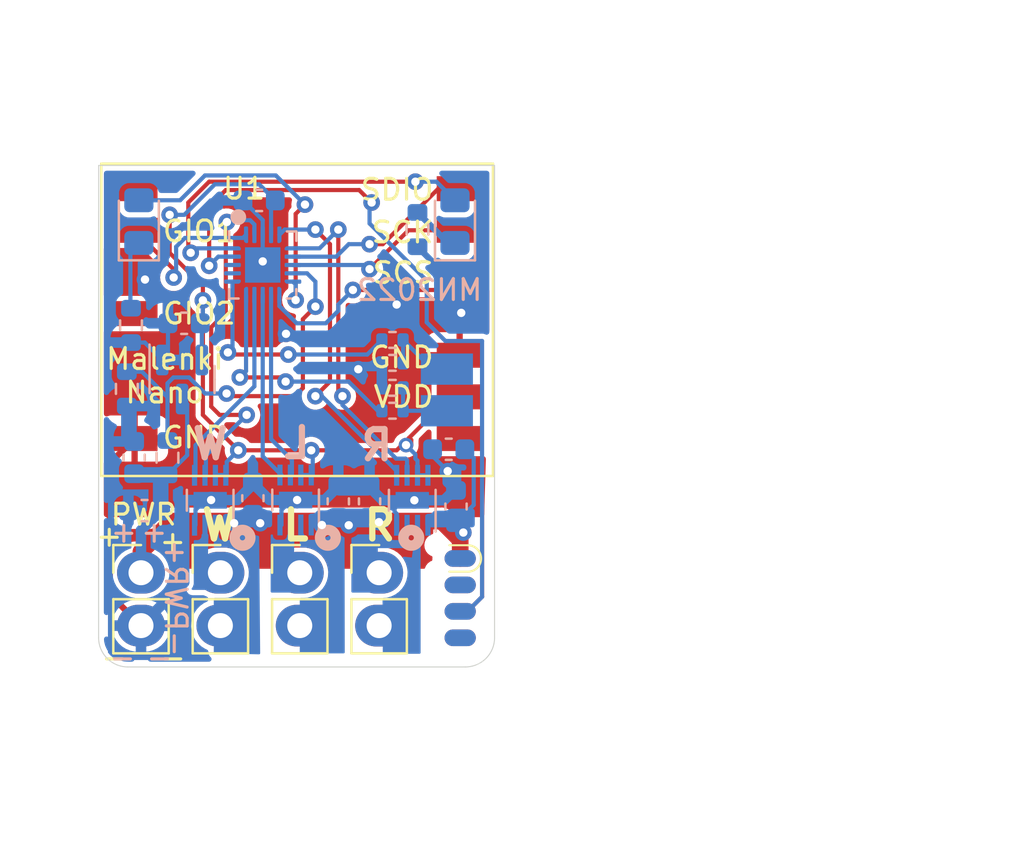
<source format=kicad_pcb>
(kicad_pcb (version 20211014) (generator pcbnew)
  (title_block (title "Malenki-nano2") (date "2019-11-07"))
  (layers (0 "F.Cu" signal) (31 "B.Cu" signal) (34 "B.Paste" user) (35 "F.Paste" user) (36 "B.SilkS" user "B.Silkscreen") (37 "F.SilkS" user "F.Silkscreen") (38 "B.Mask" user) (39 "F.Mask" user) (44 "Edge.Cuts" user))
  (net 0 "")
  (net 1 "GND")
  (net 2 "VBAT")
  (net 3 "BLINKY")
  (net 4 "Net-(D1-Pad1)")
  (net 5 "TXDEBUG")
  (net 6 "Net-(D2-Pad1)")
  (net 7 "UPDI")
  (net 8 "Net-(J5-Pad2)")
  (net 9 "Net-(J5-Pad1)")
  (net 10 "Net-(J6-Pad2)")
  (net 11 "Net-(J6-Pad1)")
  (net 12 "Net-(J7-Pad2)")
  (net 13 "Net-(J7-Pad1)")
  (net 16 "SPI_SCS")
  (net 17 "GIO1")
  (net 18 "SPI_SCK")
  (net 19 "SPI_SDIO")
  (net 20 "MOTOR1R")
  (net 21 "MOTOR2R")
  (net 22 "MOTOR2F")
  (net 25 "MOTOR3F")
  (net 26 "MOTOR3R")
  (net 27 "MOTOR1F")
  (net 28 "WEAPON2")
  (net 30 "VSENSE")
  (net 31 "VLOGIC")
  (net 32 "WEAPON3")
  (net 35 "/W2")
  (net 36 "/W3")
  (footprint "malenki-nano:PinHeader_1x02_P2.54mm_BIG1" (layer "F.Cu") (at 138.43 81.28)
    (fp_text reference "J1" hide)
    (fp_text value "Conn_01x02_Male")
  )
  (footprint "malenki-nano:PinHeader_1x02_P2.54mm_BIG1" (layer "F.Cu") (at 142.24 81.28)
    (fp_text reference "J5" hide)
    (fp_text value "Conn_01x02_Male")
  )
  (footprint "malenki-nano:PinHeader_1x02_P2.54mm_BIG1" (layer "F.Cu") (at 146.05 81.28)
    (fp_text reference "J6" hide)
    (fp_text value "Conn_01x02_Male")
  )
  (footprint "malenki-nano:PinHeader_1x02_P2.54mm_BIG1" (layer "F.Cu") (at 149.86 81.28)
    (fp_text reference "J7" hide)
    (fp_text value "Conn_01x02_Male")
  )
  (footprint "malenki-nano:A7105-module" (layer "F.Cu") (at 145.923 68.834 -90)
    (fp_text reference "U1")
    (fp_text value "A7105-MODULE")
  )
  (footprint "malenki-nano:SOIC_clipProgSmall" (layer "F.Cu") (at 154.5 82.5 90)
    (fp_text reference "J2" hide)
    (fp_text value "Conn_01x08_Male" hide)
  )
  (footprint "Capacitor_SMD:C_0603_1608Metric" (layer "B.Cu") (at 138.6 78.2955 180)
    (fp_text reference "C2" hide)
    (fp_text value "10uF 25V")
  )
  (footprint "Capacitor_SMD:C_0603_1608Metric" (layer "B.Cu") (at 144.1 63.4 180)
    (fp_text reference "C4" hide)
    (fp_text value "0.1uF")
  )
  (footprint "Capacitor_SMD:C_0603_1608Metric" (layer "B.Cu") (at 143.8 77.7 90)
    (fp_text reference "C5" hide)
    (fp_text value "10uF 25V")
  )
  (footprint "LED_SMD:LED_0805_2012Metric_Pad1.15x1.40mm_HandSolder" (layer "B.Cu") (at 138.327 64.417 90)
    (fp_text reference "D1" hide)
    (fp_text value "LED Blue")
  )
  (footprint "LED_SMD:LED_0805_2012Metric_Pad1.15x1.40mm_HandSolder" (layer "B.Cu") (at 153.5 64.417 90)
    (fp_text reference "D2" hide)
    (fp_text value "LED Red")
  )
  (footprint "Resistor_SMD:R_0603_1608Metric" (layer "B.Cu") (at 137.95 69.4 -90)
    (fp_text reference "R1" hide)
    (fp_text value "220R")
  )
  (footprint "Resistor_SMD:R_0603_1608Metric" (layer "B.Cu") (at 151.7 64.8 -90)
    (fp_text reference "R2" hide)
    (fp_text value "220R")
  )
  (footprint "Package_TO_SOT_SMD:SOT-23" (layer "B.Cu") (at 140.4 72 -90)
    (fp_text reference "U2" hide)
    (fp_text value "AIC1734-33GUTR")
  )
  (footprint "Capacitor_SMD:C_0603_1608Metric" (layer "B.Cu") (at 140.5 69.3 180)
    (fp_text reference "C3" hide)
    (fp_text value "10uF 25V")
  )
  (footprint "Package_DFN_QFN:VQFN-20-1EP_3x3mm_P0.4mm_EP1.7x1.7mm" (layer "B.Cu") (at 144.272 66.5 -90)
    (fp_text reference "U3" hide)
    (fp_text value "ATtiny1616-M")
  )
  (footprint "malenki-nano:wirepad_2" (layer "B.Cu") (at 153.111323 72.501 -90)
    (fp_text reference "J3" hide)
    (fp_text value "Conn_01x02")
  )
  (footprint "Resistor_SMD:R_0603_1608Metric" (layer "B.Cu") (at 137.75 72.45 -90)
    (fp_text reference "R4" hide)
    (fp_text value "10k")
  )
  (footprint "Resistor_SMD:R_0603_1608Metric" (layer "B.Cu") (at 139.7 75.7555 90)
    (fp_text reference "R3" hide)
    (fp_text value "33k")
  )
  (footprint "Capacitor_SMD:C_0603_1608Metric" (layer "B.Cu") (at 147.9 77.851 90)
    (fp_text reference "C6" hide)
    (fp_text value "10uF 25V")
  )
  (footprint "Capacitor_SMD:C_0603_1608Metric" (layer "B.Cu") (at 153.2 75.35 180)
    (fp_text reference "C7" hide)
    (fp_text value "10uF 25V")
  )
  (footprint "malenki-nano:WSON-8-1EP_2x2mm_P0.5mm_HAND1" (layer "B.Cu") (at 141.75 77.8 90)
    (fp_text reference "U5" hide)
    (fp_text value "DRV8212PDSGR")
  )
  (footprint "malenki-nano:WSON-8-1EP_2x2mm_P0.5mm_HAND1" (layer "B.Cu") (at 145.85 77.7875 90)
    (fp_text reference "U6" hide)
    (fp_text value "DRV8212PDSGR")
  )
  (footprint "malenki-nano:WSON-8-1EP_2x2mm_P0.5mm_HAND1" (layer "B.Cu") (at 151.45 77.8 90)
    (fp_text reference "U7" hide)
    (fp_text value "DRV8212PDSGR")
  )
  (footprint "Resistor_SMD:R_0402_1005Metric" (layer "B.Cu") (at 150.5 70.1 180)
    (fp_text reference "R6" hide)
    (fp_text value "470R")
  )
  (footprint "Capacitor_SMD:C_0603_1608Metric" (layer "B.Cu") (at 149.4 77.85 90)
    (fp_text reference "C9" hide)
    (fp_text value "0.1uF 25V X7R")
  )
  (footprint "Resistor_SMD:R_0402_1005Metric" (layer "B.Cu") (at 150.5 72.4)
    (fp_text reference "R7" hide)
    (fp_text value "10k")
  )
  (footprint "Capacitor_SMD:C_0603_1608Metric" (layer "B.Cu") (at 153.55 78.1 90)
    (fp_text reference "C10" hide)
    (fp_text value "0.1uF 25V X7R")
  )
  (footprint "Capacitor_SMD:C_0603_1608Metric" (layer "B.Cu") (at 138.1 75.75 90)
    (fp_text reference "C8" hide)
    (fp_text value "0.1uF 25V X7R")
  )
  (footprint "Resistor_SMD:R_0402_1005Metric" (layer "B.Cu") (at 150.5 73.5 180)
    (fp_text reference "R5" hide)
    (fp_text value "470R")
  )
  (footprint "Resistor_SMD:R_0402_1005Metric" (layer "B.Cu") (at 150.5 71.2)
    (fp_text reference "R8" hide)
    (fp_text value "10k")
  )
  (gr_circle (center 143.1 64.2) (end 143.227 64.2) (layer "B.SilkS") (width 0.5) (fill solid))
  (gr_circle (center 147.4 79.6) (end 147.527 79.6) (layer "B.SilkS") (width 0.5) (fill none))
  (gr_circle (center 151.4 79.6) (end 151.527 79.6) (layer "B.SilkS") (width 0.5) (fill none))
  (gr_circle (center 143.3 79.6) (end 143.427 79.6) (layer "B.SilkS") (width 0.5) (fill none))
  (gr_line (start 155.4 61.722) (end 136.398 61.722) (layer "Edge.Cuts") (width 0.05))
  (gr_line (start 155.4 84.4) (end 155.4 61.722) (layer "Edge.Cuts") (width 0.05))
  (gr_arc (start 137.8 85.804835) (mid 136.804162 85.390893) (end 136.395182 84.393006) (layer "Edge.Cuts") (width 0.05))
  (gr_line (start 137.8 85.804835) (end 153.988171 85.804818) (layer "Edge.Cuts") (width 0.05))
  (gr_arc (start 155.4 84.4) (mid 154.986058 85.395838) (end 153.988171 85.804818) (layer "Edge.Cuts") (width 0.05))
  (gr_line (start 136.398 61.722) (end 136.395182 84.393006) (layer "Edge.Cuts") (width 0.05))
  (gr_text "MN2022" (at 154.9 67.7) (layer "B.SilkS") (effects (font (size 1 1)) (justify left mirror)))
  (gr_text "+" (at 137.6045 79.3115) (layer "B.SilkS") (effects (font (size 1 1)) (justify mirror)))
  (gr_text "-" (at 137.541 85.344) (layer "B.SilkS") (effects (font (size 1 1)) (justify mirror)))
  (gr_text "-" (at 139.319 85.344) (layer "B.SilkS") (effects (font (size 1 1)) (justify mirror)))
  (gr_text "+" (at 139.065 79.3115) (layer "B.SilkS") (effects (font (size 1 1)) (justify mirror)))
  (gr_text "-PWR+" (at 140.1 82.5 270) (layer "B.SilkS") (effects (font (size 1 1)) (justify mirror)))
  (gr_text "L" (at 146.683333 75.05) (layer "B.SilkS") (effects (font (size 1.4 1.4) (thickness 0.3)) (justify left mirror)))
  (gr_text "R" (at 150.65 75.15) (layer "B.SilkS") (effects (font (size 1.4 1.4) (thickness 0.3)) (justify left mirror)))
  (gr_text "W" (at 142.75 75.1) (layer "B.SilkS") (effects (font (size 1.4 1.4) (thickness 0.3)) (justify left mirror)))
  (gr_text "+" (at 139.954 79.756) (layer "F.SilkS") (effects (font (size 1 1))))
  (gr_text "-" (at 139.954 85.344) (layer "F.SilkS") (effects (font (size 1 1))))
  (gr_text "L" (at 145.1 79) (layer "F.SilkS") (effects (font (size 1.4 1.4) (thickness 0.3)) (justify left)))
  (gr_text "PWR" (at 138.557 78.486) (layer "F.SilkS") (effects (font (size 1 1))))
  (gr_text "-" (at 137.16 85.344) (layer "F.SilkS") (effects (font (size 1 1))))
  (gr_text "+" (at 136.906 79.502) (layer "F.SilkS") (effects (font (size 1 1))))
  (gr_text "R" (at 149 79) (layer "F.SilkS") (effects (font (size 1.4 1.4) (thickness 0.3)) (justify left)))
  (gr_text "Malenki\nNano" (at 139.573 71.8185) (layer "F.SilkS") (effects (font (size 1 1))))
  (gr_text "W" (at 141.2 79) (layer "F.SilkS") (effects (font (size 1.4 1.4) (thickness 0.3)) (justify left)))
  (segment (start 153.75 83.135) (end 154.1 83.135) (width 0.2) (layer "F.Cu") (net 1))
  (segment (start 138.43 83.82) (end 136.93048 82.32048) (width 0.3) (layer "F.Cu") (net 1))
  (segment (start 154.1 83.135) (end 154.8 82.435) (width 0.2) (layer "F.Cu") (net 1))
  (segment (start 136.93048 82.32048) (end 136.93048 76.02652) (width 0.3) (layer "F.Cu") (net 1))
  (segment (start 154.8 82.435) (end 154.8 78.05) (width 0.2) (layer "F.Cu") (net 1))
  (segment (start 154.8 78.05) (end 153.15 76.4) (width 0.2) (layer "F.Cu") (net 1))
  (segment (start 136.93048 76.02652) (end 138.123 74.834) (width 0.3) (layer "F.Cu") (net 1))
  (via (at 144.272 66.328) (size 0.8) (drill 0.4) (layers "F.Cu" "B.Cu") (net 1))
  (via (at 145.389623 69.806611) (size 0.8) (drill 0.4) (layers "F.Cu" "B.Cu") (net 1))
  (via (at 153.15 76.4) (size 0.8) (drill 0.4) (layers "F.Cu" "B.Cu") (net 1))
  (via (at 138.6215 67.2) (size 0.8) (drill 0.4) (layers "F.Cu" "B.Cu") (net 1))
  (via (at 150.7 68.4) (size 0.8) (drill 0.4) (layers "F.Cu" "B.Cu") (net 1))
  (via (at 141.7955 77.7875) (size 0.8) (drill 0.4) (layers "F.Cu" "B.Cu") (net 1))
  (via (at 151.55 77.8) (size 0.8) (drill 0.4) (layers "F.Cu" "B.Cu") (net 1))
  (via (at 153.8 68.8) (size 0.8) (drill 0.4) (layers "F.Cu" "B.Cu") (net 1))
  (via (at 145.923 77.7875) (size 0.8) (drill 0.4) (layers "F.Cu" "B.Cu") (net 1))
  (via (at 148.858595 71.505493) (size 0.8) (drill 0.4) (layers "F.Cu" "B.Cu") (net 1))
  (segment (start 150.6 78.35) (end 150.7 78.45) (width 0.2) (layer "B.Cu") (net 1))
  (segment (start 153.05 77.725) (end 152.975 77.725) (width 0.2) (layer "B.Cu") (net 1))
  (segment (start 145.173 78.9875) (end 145.173 78.263478) (width 0.2) (layer "B.Cu") (net 1))
  (segment (start 139.725 69.3) (end 139.725 68.3035) (width 0.2) (layer "B.Cu") (net 1))
  (segment (start 152.425 75.35) (end 152.425 75.675) (width 0.2) (layer "B.Cu") (net 1))
  (segment (start 149.99 72.4) (end 149.99 71.2) (width 0.2) (layer "B.Cu") (net 1))
  (segment (start 144.272 64.347) (end 143.325 63.4) (width 0.2) (layer "B.Cu") (net 1))
  (segment (start 152.425 75.675) (end 153.15 76.4) (width 0.2) (layer "B.Cu") (net 1))
  (segment (start 143.8275 77.0125) (end 144.6025 77.7875) (width 0.5) (layer "B.Cu") (net 1))
  (segment (start 150.025 77.8) (end 149.3 77.075) (width 0.5) (layer "B.Cu") (net 1))
  (segment (start 140.5875 77.7875) (end 141.7955 77.7875) (width 0.5) (layer "B.Cu") (net 1))
  (segment (start 153.4 77.375) (end 153.05 77.725) (width 0.5) (layer "B.Cu") (net 1))
  (segment (start 137.95 70.225) (end 138.6125 70.225) (width 0.2) (layer "B.Cu") (net 1))
  (segment (start 138.6125 70.225) (end 139.45 71.0625) (width 0.2) (layer "B.Cu") (net 1))
  (segment (start 151.2 77.8) (end 151.1875 77.7875) (width 0.5) (layer "B.Cu") (net 1))
  (segment (start 145.648978 77.7875) (end 145.923 77.7875) (width 0.2) (layer "B.Cu") (net 1))
  (segment (start 138.6215 67.2) (end 139.715827 66.105673) (width 0.2) (layer "B.Cu") (net 1))
  (segment (start 137.85 74.925) (end 137.85 73.375) (width 0.75) (layer "B.Cu") (net 1))
  (segment (start 149.684507 71.505493) (end 149.99 71.2) (width 0.2) (layer "B.Cu") (net 1))
  (segment (start 137.85 73.375) (end 137.75 73.275) (width 0.75) (layer "B.Cu") (net 1))
  (segment (start 147.8 69.9) (end 145.483012 69.9) (width 0.2) (layer "B.Cu") (net 1))
  (segment (start 141.0455 78.9875) (end 141.0455 78.263478) (width 0.2) (layer "B.Cu") (net 1))
  (segment (start 141.7955 77.7875) (end 143.0525 77.7875) (width 0.5) (layer "B.Cu") (net 1))
  (segment (start 151.55 77.8) (end 152.975 77.8) (width 0.5) (layer "B.Cu") (net 1))
  (segment (start 149.3 68.4) (end 147.8 69.9) (width 0.2) (layer "B.Cu") (net 1))
  (segment (start 145.483012 69.9) (end 145.389623 69.806611) (width 0.2) (layer "B.Cu") (net 1))
  (segment (start 141.774951 63.4) (end 143.325 63.4) (width 0.2) (layer "B.Cu") (net 1))
  (segment (start 150.6 78.125) (end 150.525 78.05) (width 0.2) (layer "B.Cu") (net 1))
  (segment (start 145.923 77.7875) (end 147.2435 77.7875) (width 0.5) (layer "B.Cu") (net 1))
  (segment (start 151.35 77.8) (end 150.775 77.8) (width 0.5) (layer "B.Cu") (net 1))
  (segment (start 150.7 78.45) (end 150.7 79) (width 0.2) (layer "B.Cu") (net 1))
  (segment (start 150.6 78.35) (end 150.6 78.125) (width 0.2) (layer "B.Cu") (net 1))
  (segment (start 151.7 65.625) (end 153.8 67.725) (width 0.3) (layer "B.Cu") (net 1))
  (segment (start 141.0455 78.263478) (end 141.521478 77.7875) (width 0.2) (layer "B.Cu") (net 1))
  (segment (start 147.956 77.075) (end 147.955 77.076) (width 0.5) (layer "B.Cu") (net 1))
  (segment (start 144.272 65.05) (end 144.272 66.328) (width 0.2) (layer "B.Cu") (net 1))
  (segment (start 153.15 76.925) (end 153.55 77.325) (width 0.5) (layer "B.Cu") (net 1))
  (segment (start 149.3 77.075) (end 147.956 77.075) (width 1) (layer "B.Cu") (net 1))
  (segment (start 139.715827 65.459124) (end 141.774951 63.4) (width 0.2) (layer "B.Cu") (net 1))
  (segment (start 144.272 66.328) (end 144.272 66.5) (width 0.2) (layer "B.Cu") (net 1))
  (segment (start 144.6025 77.7875) (end 145.923 77.7875) (width 0.5) (layer "B.Cu") (net 1))
  (segment (start 147.2435 77.7875) (end 147.955 77.076) (width 0.5) (layer "B.Cu") (net 1))
  (segment (start 150.775 77.8) (end 150.525 78.05) (width 0.5) (layer "B.Cu") (net 1))
  (segment (start 145.173 78.263478) (end 145.648978 77.7875) (width 0.2) (layer "B.Cu") (net 1))
  (segment (start 153.15 76.4) (end 153.15 76.925) (width 0.5) (layer "B.Cu") (net 1))
  (segment (start 139.715827 66.105673) (end 139.715827 65.459124) (width 0.2) (layer "B.Cu") (net 1))
  (segment (start 143.0525 77.7875) (end 143.8275 77.0125) (width 0.5) (layer "B.Cu") (net 1))
  (segment (start 153.8 67.725) (end 153.8 68.8) (width 0.3) (layer "B.Cu") (net 1))
  (segment (start 140.5 81.75) (end 140.5 77.875) (width 0.5) (layer "B.Cu") (net 1))
  (segment (start 139.725 68.3035) (end 138.6215 67.2) (width 0.2) (layer "B.Cu") (net 1))
  (segment (start 144.272 65.05) (end 144.272 64.347) (width 0.2) (layer "B.Cu") (net 1))
  (segment (start 148.858595 71.505493) (end 149.684507 71.505493) (width 0.2) (layer "B.Cu") (net 1))
  (segment (start 141.521478 77.7875) (end 141.7955 77.7875) (width 0.2) (layer "B.Cu") (net 1))
  (segment (start 139.45 71.0625) (end 139.725 70.7875) (width 0.2) (layer "B.Cu") (net 1))
  (segment (start 151.35 77.8) (end 150.025 77.8) (width 0.5) (layer "B.Cu") (net 1))
  (segment (start 150.7 68.4) (end 149.3 68.4) (width 0.2) (layer "B.Cu") (net 1))
  (segment (start 140.5 77.875) (end 140.5875 77.7875) (width 0.5) (layer "B.Cu") (net 1))
  (segment (start 139.725 70.7875) (end 139.725 69.3) (width 0.2) (layer "B.Cu") (net 1))
  (segment (start 138.43 83.82) (end 140.5 81.75) (width 0.5) (layer "B.Cu") (net 1))
  (segment (start 151.35 77.8) (end 151.55 77.8) (width 0.5) (layer "B.Cu") (net 1))
  (segment (start 153.15 76.4) (end 153.225 76.4) (width 0.2) (layer "B.Cu") (net 1))
  (segment (start 138.43 80.27) (end 139.9 78.8) (width 0.8) (layer "F.Cu") (net 2))
  (segment (start 138.43 81.28) (end 138.43 80.27) (width 0.8) (layer "F.Cu") (net 2))
  (segment (start 144.4 78.8) (end 152.855 78.8) (width 0.8) (layer "F.Cu") (net 2))
  (segment (start 143.1 78.8) (end 144.4 78.8) (width 0.8) (layer "F.Cu") (net 2))
  (segment (start 139.9 78.8) (end 143.1 78.8) (width 0.8) (layer "F.Cu") (net 2))
  (segment (start 152.855 78.8) (end 153.75 79.695) (width 0.8) (layer "F.Cu") (net 2))
  (segment (start 153.75 79.695) (end 153.75 80.595) (width 0.8) (layer "F.Cu") (net 2))
  (via (at 142.9 78.9) (size 0.8) (drill 0.4) (layers "F.Cu" "B.Cu") (net 2))
  (via (at 144.15 78.9) (size 0.8) (drill 0.4) (layers "F.Cu" "B.Cu") (net 2))
  (via (at 153.9 79.35) (size 0.8) (drill 0.4) (layers "F.Cu" "B.Cu") (net 2))
  (via (at 147.1125 78.9875) (size 0.8) (drill 0.4) (layers "F.Cu" "B.Cu") (net 2))
  (via (at 149.85 78.85) (size 0.8) (drill 0.4) (layers "F.Cu" "B.Cu") (net 2))
  (via (at 148.4 79) (size 0.8) (drill 0.4) (layers "F.Cu" "B.Cu") (net 2))
  (segment (start 153.55 78.875) (end 154.39952 78.02548) (width 0.2) (layer "B.Cu") (net 2))
  (segment (start 139.7 76.5805) (end 138.1555 76.5805) (width 0.75) (layer "B.Cu") (net 2))
  (segment (start 153.95 79.3) (end 153.9 79.35) (width 0.2) (layer "B.Cu") (net 2))
  (segment (start 154.39952 78.02548) (end 154.39952 75.77452) (width 0.2) (layer "B.Cu") (net 2))
  (segment (start 138.43 81.28) (end 138.43 79.2405) (width 0.5) (layer "B.Cu") (net 2))
  (segment (start 138.1555 76.5805) (end 138.1 76.525) (width 0.2) (layer "B.Cu") (net 2))
  (segment (start 140.645981 75.634519) (end 140.645981 73.183481) (width 0.2) (layer "B.Cu") (net 2))
  (segment (start 139.375 76.9055) (end 139.7 76.5805) (width 0.2) (layer "B.Cu") (net 2))
  (segment (start 139.375 78.2955) (end 139.375 76.9055) (width 0.75) (layer "B.Cu") (net 2))
  (segment (start 140.645981 73.183481) (end 140.4 72.9375) (width 0.2) (layer "B.Cu") (net 2))
  (segment (start 138.43 79.2405) (end 139.375 78.2955) (width 0.5) (layer "B.Cu") (net 2))
  (segment (start 154.39952 75.77452) (end 153.975 75.35) (width 0.2) (layer "B.Cu") (net 2))
  (segment (start 139.7 76.5805) (end 140.645981 75.634519) (width 0.2) (layer "B.Cu") (net 2))
  (segment (start 146.3 63.5995) (end 145.852666 64.046834) (width 0.2) (layer "F.Cu") (net 3))
  (segment (start 145.852666 64.046834) (end 145.852666 68.184239) (width 0.2) (layer "F.Cu") (net 3))
  (via (at 146.3 63.5995) (size 0.8) (drill 0.4) (layers "F.Cu" "B.Cu") (net 3))
  (via (at 145.852666 68.184239) (size 0.8) (drill 0.4) (layers "F.Cu" "B.Cu") (net 3))
  (segment (start 138.327 63.392) (end 140.308 63.392) (width 0.2) (layer "B.Cu") (net 3))
  (segment (start 144.9005 62.2) (end 146.3 63.5995) (width 0.2) (layer "B.Cu") (net 3))
  (segment (start 145.852666 67.430666) (end 145.722 67.3) (width 0.2) (layer "B.Cu") (net 3))
  (segment (start 140.308 63.392) (end 141.5 62.2) (width 0.2) (layer "B.Cu") (net 3))
  (segment (start 145.852666 68.184239) (end 145.852666 67.430666) (width 0.2) (layer "B.Cu") (net 3))
  (segment (start 141.5 62.2) (end 144.9005 62.2) (width 0.2) (layer "B.Cu") (net 3))
  (segment (start 138.327 65.442) (end 137.9215 65.8475) (width 0.2) (layer "B.Cu") (net 4))
  (segment (start 137.9215 68.5465) (end 137.95 68.575) (width 0.2) (layer "B.Cu") (net 4))
  (segment (start 137.9215 65.8475) (end 137.9215 68.5465) (width 0.2) (layer "B.Cu") (net 4))
  (segment (start 140.700489 63.499511) (end 141.7 62.5) (width 0.2) (layer "F.Cu") (net 5))
  (segment (start 141.7 62.5) (end 151.6 62.5) (width 0.2) (layer "F.Cu") (net 5))
  (segment (start 140.700489 65.799989) (end 140.700489 63.499511) (width 0.2) (layer "F.Cu") (net 5))
  (segment (start 140.814858 65.914358) (end 140.700489 65.799989) (width 0.2) (layer "F.Cu") (net 5))
  (via (at 140.814858 65.914358) (size 0.8) (drill 0.4) (layers "F.Cu" "B.Cu") (net 5))
  (via (at 151.6 62.5) (size 0.8) (drill 0.4) (layers "F.Cu" "B.Cu") (net 5))
  (segment (start 140.814858 65.914358) (end 141.029216 65.7) (width 0.2) (layer "B.Cu") (net 5))
  (segment (start 141.029216 65.7) (end 142.822 65.7) (width 0.2) (layer "B.Cu") (net 5))
  (segment (start 152.608 62.5) (end 153.5 63.392) (width 0.2) (layer "B.Cu") (net 5))
  (segment (start 151.6 62.5) (end 152.608 62.5) (width 0.2) (layer "B.Cu") (net 5))
  (segment (start 153.5 65.442) (end 153.167 65.442) (width 0.3) (layer "B.Cu") (net 6))
  (segment (start 153.167 65.442) (end 151.7 63.975) (width 0.3) (layer "B.Cu") (net 6))
  (segment (start 149.5 63.5) (end 148.9 62.9) (width 0.2) (layer "F.Cu") (net 7))
  (segment (start 141.701885 63.698115) (end 141.701885 66.536576) (width 0.2) (layer "F.Cu") (net 7))
  (segment (start 142.5 62.9) (end 141.701885 63.698115) (width 0.2) (layer "F.Cu") (net 7))
  (segment (start 148.9 62.9) (end 142.5 62.9) (width 0.2) (layer "F.Cu") (net 7))
  (via (at 149.5 63.5) (size 0.8) (drill 0.4) (layers "F.Cu" "B.Cu") (net 7))
  (via (at 141.701885 66.536576) (size 0.8) (drill 0.4) (layers "F.Cu" "B.Cu") (net 7))
  (segment (start 149.4 63.6) (end 149.5 63.5) (width 0.2) (layer "B.Cu") (net 7))
  (segment (start 152.144622 67.251049) (end 149.4 64.506427) (width 0.2) (layer "B.Cu") (net 7))
  (segment (start 153.038764 70.14952) (end 154.79952 70.14952) (width 0.2) (layer "B.Cu") (net 7))
  (segment (start 152.144622 69.255378) (end 153.038764 70.14952) (width 0.2) (layer "B.Cu") (net 7))
  (segment (start 142.822 66.1) (end 142.138461 66.1) (width 0.2) (layer "B.Cu") (net 7))
  (segment (start 149.4 64.506427) (end 149.4 63.6) (width 0.2) (layer "B.Cu") (net 7))
  (segment (start 154.79952 82.43548) (end 154.1 83.135) (width 0.2) (layer "B.Cu") (net 7))
  (segment (start 152.144622 69.255378) (end 152.144622 67.251049) (width 0.2) (layer "B.Cu") (net 7))
  (segment (start 154.1 83.135) (end 153.75 83.135) (width 0.2) (layer "B.Cu") (net 7))
  (segment (start 154.79952 70.14952) (end 154.79952 82.43548) (width 0.2) (layer "B.Cu") (net 7))
  (segment (start 142.138461 66.1) (end 141.701885 66.536576) (width 0.2) (layer "B.Cu") (net 7))
  (segment (start 151.2 79) (end 151.2 79.55) (width 0.2) (layer "B.Cu") (net 13))
  (segment (start 148.6 67.7) (end 152.857 67.7) (width 0.2) (layer "F.Cu") (net 16))
  (segment (start 152.857 67.7) (end 153.723 66.834) (width 0.2) (layer "F.Cu") (net 16))
  (via (at 148.6 67.7) (size 0.8) (drill 0.4) (layers "F.Cu" "B.Cu") (net 16))
  (segment (start 148.6 67.7) (end 147.9 68.4) (width 0.2) (layer "B.Cu") (net 16))
  (segment (start 145.072 68.472) (end 145.072 67.95) (width 0.2) (layer "B.Cu") (net 16))
  (segment (start 147.9 68.7) (end 147.3 69.3) (width 0.2) (layer "B.Cu") (net 16))
  (segment (start 147.3 69.3) (end 145.9 69.3) (width 0.2) (layer "B.Cu") (net 16))
  (segment (start 147.9 68.4) (end 147.9 68.7) (width 0.2) (layer "B.Cu") (net 16))
  (segment (start 145.9 69.3) (end 145.072 68.472) (width 0.2) (layer "B.Cu") (net 16))
  (segment (start 139.998106 66.709106) (end 138.123 64.834) (width 0.2) (layer "F.Cu") (net 17))
  (segment (start 139.998106 67.101894) (end 139.998106 66.709106) (width 0.2) (layer "F.Cu") (net 17))
  (via (at 139.998106 67.101894) (size 0.8) (drill 0.4) (layers "F.Cu" "B.Cu") (net 17))
  (segment (start 140.539957 65.2) (end 143.322 65.2) (width 0.2) (layer "B.Cu") (net 17))
  (segment (start 143.322 65.2) (end 143.472 65.05) (width 0.2) (layer "B.Cu") (net 17))
  (segment (start 140.115347 66.984653) (end 140.115347 65.62461) (width 0.2) (layer "B.Cu") (net 17))
  (segment (start 140.115347 65.62461) (end 140.539957 65.2) (width 0.2) (layer "B.Cu") (net 17))
  (segment (start 139.998106 67.101894) (end 140.115347 66.984653) (width 0.2) (layer "B.Cu") (net 17))
  (segment (start 151.266 64.834) (end 149.4 66.7) (width 0.2) (layer "F.Cu") (net 18))
  (segment (start 153.723 64.834) (end 151.266 64.834) (width 0.2) (layer "F.Cu") (net 18))
  (via (at 149.4 66.7) (size 0.8) (drill 0.4) (layers "F.Cu" "B.Cu") (net 18))
  (segment (start 149.4 66.7) (end 149.2 66.5) (width 0.2) (layer "B.Cu") (net 18))
  (segment (start 149.2 66.5) (end 145.722 66.5) (width 0.2) (layer "B.Cu") (net 18))
  (segment (start 152.700994 62.834) (end 150.034994 65.5) (width 0.2) (layer "F.Cu") (net 19))
  (segment (start 150.034994 65.5) (end 149.4 65.5) (width 0.2) (layer "F.Cu") (net 19))
  (segment (start 153.723 62.834) (end 152.700994 62.834) (width 0.2) (layer "F.Cu") (net 19))
  (via (at 149.4 65.5) (size 0.8) (drill 0.4) (layers "F.Cu" "B.Cu") (net 19))
  (segment (start 147.8 66.1) (end 145.722 66.1) (width 0.2) (layer "B.Cu") (net 19))
  (segment (start 148.4 65.5) (end 147.8 66.1) (width 0.2) (layer "B.Cu") (net 19))
  (segment (start 149.4 65.5) (end 148.4 65.5) (width 0.2) (layer "B.Cu") (net 19))
  (segment (start 141.0455 75.1545) (end 141.0455 76.5875) (width 0.2) (layer "B.Cu") (net 20))
  (segment (start 143.872 67.95) (end 143.872 72.328) (width 0.2) (layer "B.Cu") (net 20))
  (segment (start 143.872 72.328) (end 141.0455 75.1545) (width 0.2) (layer "B.Cu") (net 20))
  (segment (start 144.272 75.6865) (end 145.173 76.5875) (width 0.2) (layer "B.Cu") (net 21))
  (segment (start 144.272 67.95) (end 144.272 75.6865) (width 0.2) (layer "B.Cu") (net 21))
  (segment (start 144.672 74.862478) (end 145.673 75.863478) (width 0.2) (layer "B.Cu") (net 22))
  (segment (start 144.672 74.862478) (end 144.672 67.95) (width 0.2) (layer "B.Cu") (net 22))
  (segment (start 145.673 76.5875) (end 145.673 75.863478) (width 0.2) (layer "B.Cu") (net 22))
  (segment (start 147.9 64.8) (end 147.9 72.6) (width 0.2) (layer "F.Cu") (net 25))
  (segment (start 147.9 72.6) (end 148.1 72.8) (width 0.2) (layer "F.Cu") (net 25))
  (via (at 148.1 72.8) (size 0.8) (drill 0.4) (layers "F.Cu" "B.Cu") (net 25))
  (via (at 147.9 64.8) (size 0.8) (drill 0.4) (layers "F.Cu" "B.Cu") (net 25))
  (segment (start 151.2 76.6) (end 151.2 75.875) (width 0.2) (layer "B.Cu") (net 25))
  (segment (start 148.1 73.224264) (end 148.1 72.8) (width 0.2) (layer "B.Cu") (net 25))
  (segment (start 151.125 75.8) (end 150.675736 75.8) (width 0.2) (layer "B.Cu") (net 25))
  (segment (start 150.675736 75.8) (end 148.1 73.224264) (width 0.2) (layer "B.Cu") (net 25))
  (segment (start 147 65.7) (end 147.9 64.8) (width 0.2) (layer "B.Cu") (net 25))
  (segment (start 151.2 75.875) (end 151.125 75.8) (width 0.2) (layer "B.Cu") (net 25))
  (segment (start 145.722 65.7) (end 147 65.7) (width 0.2) (layer "B.Cu") (net 25))
  (segment (start 147.50048 65.50048) (end 146.8 64.8) (width 0.2) (layer "F.Cu") (net 26))
  (segment (start 146.8 72.7995) (end 147.50048 72.09902) (width 0.2) (layer "F.Cu") (net 26))
  (segment (start 147.50048 72.09902) (end 147.50048 65.50048) (width 0.2) (layer "F.Cu") (net 26))
  (via (at 146.8 72.7995) (size 0.8) (drill 0.4) (layers "F.Cu" "B.Cu") (net 26))
  (via (at 146.8 64.8) (size 0.8) (drill 0.4) (layers "F.Cu" "B.Cu") (net 26))
  (segment (start 147.10955 72.7995) (end 146.8 72.7995) (width 0.2) (layer "B.Cu") (net 26))
  (segment (start 150.66005 76.35) (end 147.10955 72.7995) (width 0.2) (layer "B.Cu") (net 26))
  (segment (start 150.7 76.6) (end 150.7 76.35) (width 0.2) (layer "B.Cu") (net 26))
  (segment (start 146.8 64.8) (end 145.322 64.8) (width 0.2) (layer "B.Cu") (net 26))
  (segment (start 145.322 64.8) (end 145.072 65.05) (width 0.2) (layer "B.Cu") (net 26))
  (segment (start 150.7 76.35) (end 150.66005 76.35) (width 0.2) (layer "B.Cu") (net 26))
  (segment (start 142.2 73.7) (end 141.79952 73.29952) (width 0.2) (layer "F.Cu") (net 27))
  (segment (start 141.79952 73.29952) (end 141.79952 69.489239) (width 0.2) (layer "F.Cu") (net 27))
  (segment (start 142.5 64.486812) (end 142.550949 64.435863) (width 0.2) (layer "F.Cu") (net 27))
  (segment (start 141.79952 69.489239) (end 142.5 68.788759) (width 0.2) (layer "F.Cu") (net 27))
  (segment (start 143.5 73.7) (end 142.2 73.7) (width 0.2) (layer "F.Cu") (net 27))
  (segment (start 142.5 68.788759) (end 142.5 64.486812) (width 0.2) (layer "F.Cu") (net 27))
  (via (at 143.5 73.7) (size 0.8) (drill 0.4) (layers "F.Cu" "B.Cu") (net 27))
  (via (at 142.550949 64.435863) (size 0.8) (drill 0.4) (layers "F.Cu" "B.Cu") (net 27))
  (segment (start 143.5 73.7) (end 141.5455 75.6545) (width 0.2) (layer "B.Cu") (net 27))
  (segment (start 143.872 64.555705) (end 143.872 65.05) (width 0.2) (layer "B.Cu") (net 27))
  (segment (start 141.5455 75.6545) (end 141.5455 76.5875) (width 0.2) (layer "B.Cu") (net 27))
  (segment (start 142.636332 64.35048) (end 143.666775 64.35048) (width 0.2) (layer "B.Cu") (net 27))
  (segment (start 143.666775 64.35048) (end 143.872 64.555705) (width 0.2) (layer "B.Cu") (net 27))
  (segment (start 142.550949 64.435863) (end 142.636332 64.35048) (width 0.2) (layer "B.Cu") (net 27))
  (segment (start 151.01 73.5) (end 151.01 72.4) (width 0.2) (layer "B.Cu") (net 28))
  (segment (start 151.01 73.5) (end 151.011 73.501) (width 0.2) (layer "B.Cu") (net 28))
  (segment (start 151.011 73.501) (end 153.111323 73.501) (width 0.2) (layer "B.Cu") (net 28))
  (segment (start 146.80098 68.5) (end 146.199511 69.101469) (width 0.2) (layer "F.Cu") (net 30))
  (segment (start 146.199511 69.101469) (end 146.199511 72.41073) (width 0.2) (layer "F.Cu") (net 30))
  (segment (start 146.199511 72.41073) (end 145.810241 72.8) (width 0.2) (layer "F.Cu") (net 30))
  (segment (start 142.665769 72.8) (end 142.538263 72.672494) (width 0.2) (layer "F.Cu") (net 30))
  (segment (start 145.810241 72.8) (end 142.665769 72.8) (width 0.2) (layer "F.Cu") (net 30))
  (via (at 146.80098 68.5) (size 0.8) (drill 0.4) (layers "F.Cu" "B.Cu") (net 30))
  (via (at 142.538263 72.672494) (size 0.8) (drill 0.4) (layers "F.Cu" "B.Cu") (net 30))
  (segment (start 139.7 72.85) (end 139.7 72.9) (width 0.2) (layer "B.Cu") (net 30))
  (segment (start 146.4 66.9) (end 145.722 66.9) (width 0.2) (layer "B.Cu") (net 30))
  (segment (start 140.736197 71.90048) (end 139.985237 71.90048) (width 0.2) (layer "B.Cu") (net 30))
  (segment (start 141.508211 72.672494) (end 140.736197 71.90048) (width 0.2) (layer "B.Cu") (net 30))
  (segment (start 138.475 71.625) (end 139.7 72.85) (width 0.2) (layer "B.Cu") (net 30))
  (segment (start 139.7 72.185717) (end 139.7 72.9) (width 0.2) (layer "B.Cu") (net 30))
  (segment (start 146.80098 68.5) (end 146.80098 67.30098) (width 0.2) (layer "B.Cu") (net 30))
  (segment (start 139.985237 71.90048) (end 139.7 72.185717) (width 0.2) (layer "B.Cu") (net 30))
  (segment (start 142.538263 72.672494) (end 141.508211 72.672494) (width 0.2) (layer "B.Cu") (net 30))
  (segment (start 146.80098 67.30098) (end 146.4 66.9) (width 0.2) (layer "B.Cu") (net 30))
  (segment (start 137.75 71.625) (end 138.475 71.625) (width 0.2) (layer "B.Cu") (net 30))
  (segment (start 139.7 72.9) (end 139.7 74.9305) (width 0.2) (layer "B.Cu") (net 30))
  (segment (start 146.6 75.4) (end 150.7 75.4) (width 0.2) (layer "F.Cu") (net 31))
  (segment (start 151.4 74.9) (end 151.3 74.8) (width 0.2) (layer "F.Cu") (net 31))
  (segment (start 141.4 67.514544) (end 141.4 68.2) (width 0.2) (layer "F.Cu") (net 31))
  (segment (start 151.3 74.8) (end 153.266 72.834) (width 0.2) (layer "F.Cu") (net 31))
  (segment (start 143.1 75.4) (end 146.6 75.4) (width 0.2) (layer "F.Cu") (net 31))
  (segment (start 141.4 73.7) (end 143.1 75.4) (width 0.2) (layer "F.Cu") (net 31))
  (segment (start 141.4 68.2) (end 141.4 73.7) (width 0.2) (layer "F.Cu") (net 31))
  (segment (start 151.4 75.15) (end 151.4 74.9) (width 0.2) (layer "F.Cu") (net 31))
  (segment (start 139.805319 65.919863) (end 141.4 67.514544) (width 0.2) (layer "F.Cu") (net 31))
  (segment (start 139.805319 64.0915) (end 139.805319 65.919863) (width 0.2) (layer "F.Cu") (net 31))
  (segment (start 150.7 75.4) (end 151.3 74.8) (width 0.2) (layer "F.Cu") (net 31))
  (segment (start 153.266 72.834) (end 153.723 72.834) (width 0.2) (layer "F.Cu") (net 31))
  (via (at 143.1 75.4) (size 0.8) (drill 0.4) (layers "F.Cu" "B.Cu") (net 31))
  (via (at 141.4 68.2) (size 0.8) (drill 0.4) (layers "F.Cu" "B.Cu") (net 31))
  (via (at 139.805319 64.0915) (size 0.8) (drill 0.4) (layers "F.Cu" "B.Cu") (net 31))
  (via (at 146.6 75.4) (size 0.8) (drill 0.4) (layers "F.Cu" "B.Cu") (net 31))
  (via (at 151.15 75.15) (size 0.7) (drill 0.4) (layers "F.Cu" "B.Cu") (net 31))
  (segment (start 140.5085 64.0915) (end 141.97452 62.62548) (width 0.2) (layer "B.Cu") (net 31))
  (segment (start 141.97452 62.62548) (end 144.10048 62.62548) (width 0.2) (layer "B.Cu") (net 31))
  (segment (start 142.5455 76.5875) (end 142.5455 75.9545) (width 0.2) (layer "B.Cu") (net 31))
  (segment (start 141.4 69.175) (end 141.275 69.3) (width 0.2) (layer "B.Cu") (net 31))
  (segment (start 151.15 75.15) (end 151.6 75.6) (width 0.2) (layer "B.Cu") (net 31))
  (segment (start 142.5455 75.9545) (end 143.1 75.4) (width 0.2) (layer "B.Cu") (net 31))
  (segment (start 144.672 63.603) (end 144.875 63.4) (width 0.2) (layer "B.Cu") (net 31))
  (segment (start 141.4 68.2) (end 141.4 69.175) (width 0.2) (layer "B.Cu") (net 31))
  (segment (start 139.805319 64.0915) (end 140.5085 64.0915) (width 0.2) (layer "B.Cu") (net 31))
  (segment (start 144.672 65.05) (end 144.672 63.603) (width 0.2) (layer "B.Cu") (net 31))
  (segment (start 151.6 75.8) (end 151.7 75.9) (width 0.2) (layer "B.Cu") (net 31))
  (segment (start 142.0455 76.5875) (end 142.5455 76.5875) (width 0.2) (layer "B.Cu") (net 31))
  (segment (start 152.2 76.6) (end 151.7 76.6) (width 0.2) (layer "B.Cu") (net 31))
  (segment (start 146.173 76.5875) (end 146.673 76.5875) (width 0.2) (layer "B.Cu") (net 31))
  (segment (start 146.673 75.473) (end 146.6 75.4) (width 0.2) (layer "B.Cu") (net 31))
  (segment (start 146.673 76.5875) (end 146.673 75.473) (width 0.2) (layer "B.Cu") (net 31))
  (segment (start 141.35 71.0625) (end 141.35 69.375) (width 0.2) (layer "B.Cu") (net 31))
  (segment (start 144.10048 62.62548) (end 144.875 63.4) (width 0.2) (layer "B.Cu") (net 31))
  (segment (start 151.7 76.6) (end 151.7 75.9) (width 0.2) (layer "B.Cu") (net 31))
  (segment (start 141.35 69.375) (end 141.275 69.3) (width 0.2) (layer "B.Cu") (net 31))
  (segment (start 151.6 75.6) (end 151.6 75.8) (width 0.2) (layer "B.Cu") (net 31))
  (segment (start 151.01 70.1) (end 152.411 71.501) (width 0.2) (layer "B.Cu") (net 32))
  (segment (start 151.01 71.2) (end 151.01 70.1) (width 0.2) (layer "B.Cu") (net 32))
  (segment (start 152.411 71.501) (end 153.111323 71.501) (width 0.2) (layer "B.Cu") (net 32))
  (segment (start 145.3715 72.1) (end 145.1715 71.9) (width 0.2) (layer "F.Cu") (net 35))
  (segment (start 145.1715 71.9) (end 143.1725 71.9) (width 0.2) (layer "F.Cu") (net 35))
  (via (at 145.3715 72.1) (size 0.8) (drill 0.4) (layers "F.Cu" "B.Cu") (net 35))
  (via (at 143.1725 71.9) (size 0.8) (drill 0.4) (layers "F.Cu" "B.Cu") (net 35))
  (segment (start 148.395 72.1) (end 149.795 73.5) (width 0.2) (layer "B.Cu") (net 35))
  (segment (start 145.3715 72.1) (end 148.395 72.1) (width 0.2) (layer "B.Cu") (net 35))
  (segment (start 143.472 71.6005) (end 143.472 67.95) (width 0.2) (layer "B.Cu") (net 35))
  (segment (start 143.1725 71.9) (end 143.472 71.6005) (width 0.2) (layer "B.Cu") (net 35))
  (segment (start 149.795 73.5) (end 149.99 73.5) (width 0.2) (layer "B.Cu") (net 35))
  (segment (start 142.6 70.7) (end 142.7 70.8) (width 0.2) (layer "F.Cu") (net 36))
  (segment (start 142.7 70.8) (end 145.5 70.8) (width 0.2) (layer "F.Cu") (net 36))
  (via (at 145.5 70.8) (size 0.8) (drill 0.4) (layers "F.Cu" "B.Cu") (net 36))
  (via (at 142.6 70.7) (size 0.8) (drill 0.4) (layers "F.Cu" "B.Cu") (net 36))
  (segment (start 149.29 70.8) (end 149.99 70.1) (width 0.2) (layer "B.Cu") (net 36))
  (segment (start 142.822 67.3) (end 142.822 70.478) (width 0.2) (layer "B.Cu") (net 36))
  (segment (start 142.822 70.478) (end 142.6 70.7) (width 0.2) (layer "B.Cu") (net 36))
  (segment (start 145.5 70.8) (end 149.29 70.8) (width 0.2) (layer "B.Cu") (net 36))
  (zone (net 1) (net_name "GND") (layer "F.Cu") (connect_pads (clearance 0.25)) (min_thickness 0.254) (fill yes (thermal_gap 0.508) (thermal_bridge_width 0.3))
    (polygon (pts (xy 154.9 78.613) (xy 136.398 78.613) (xy 136.398 61.722) (xy 155.4 61.8)))
  )
  (zone (net 2) (net_name "VBAT") (layer "F.Cu") (connect_pads (clearance 0.21)) (min_thickness 0.1) (fill yes (thermal_gap 0.508) (thermal_bridge_width 0.508))
    (polygon (pts (xy 152.4 81.0895) (xy 136.4615 81.0895) (xy 136.4615 79.1845) (xy 152.4635 79.121)))
  )
  (zone (net 13) (net_name "Net-(J7-Pad1)") (layer "B.Cu") (priority 1) (connect_pads yes (clearance 0.21)) (min_thickness 0.1) (fill yes (thermal_gap 0.508) (thermal_bridge_width 0.508))
    (polygon (pts (xy 149.7965 79.457583) (xy 149.8 79.45) (xy 151.25 79.45) (xy 151.25 80.1) (xy 149.7965 80.1) (xy 149.7965 82.2325) (xy 148.5265 82.2325) (xy 148.5265 79.4385) (xy 149.7965 79.4385)))
  )
  (zone (net 9) (net_name "Net-(J5-Pad1)") (layer "B.Cu") (priority 1) (connect_pads yes (clearance 0.21)) (min_thickness 0.1) (fill yes (thermal_gap 0.508) (thermal_bridge_width 0.508))
    (polygon (pts (xy 141.605 82.1055) (xy 140.716 82.1055) (xy 140.716 79.4115) (xy 141.6685 79.4115)))
  )
  (zone (net 1) (net_name "GND") (layer "B.Cu") (connect_pads (clearance 0.21)) (min_thickness 0.1) (fill yes (thermal_gap 0.25) (thermal_bridge_width 0.508))
    (polygon (pts (xy 140.335 85.471) (xy 136.8425 85.471) (xy 136.8425 77.2795) (xy 140.335 77.2795)))
  )
  (zone (net 10) (net_name "Net-(J6-Pad2)") (layer "B.Cu") (priority 1) (connect_pads yes (clearance 0.21)) (min_thickness 0.1) (fill yes (thermal_gap 0.508) (thermal_bridge_width 0.508))
    (polygon (pts (xy 148.209 85.1535) (xy 146.05 85.1535) (xy 146.05 79.4) (xy 148.2 79.4)))
  )
  (zone (net 12) (net_name "Net-(J7-Pad2)") (layer "B.Cu") (priority 1) (connect_pads yes (clearance 0.21)) (min_thickness 0.1) (fill yes (thermal_gap 0.508) (thermal_bridge_width 0.508))
    (polygon (pts (xy 151.85 85.172455) (xy 150.035109 85.172455) (xy 150.014051 80.39863) (xy 151.428942 80.54863) (xy 151.6 79.4) (xy 151.85 79.4)))
  )
  (zone (net 8) (net_name "Net-(J5-Pad2)") (layer "B.Cu") (priority 4) (connect_pads yes (clearance 0.21)) (min_thickness 0.1) (fill yes (thermal_gap 0.508) (thermal_bridge_width 0.508))
    (polygon (pts (xy 144.15 85.2) (xy 141.9225 85.1535) (xy 141.921983 79.4) (xy 144.1 79.4)))
  )
  (zone (net 2) (net_name "VBAT") (layer "B.Cu") (priority 1) (connect_pads yes (clearance 0.25)) (min_thickness 0.254) (fill yes (thermal_gap 0.508) (thermal_bridge_width 0.508))
    (polygon (pts (xy 154.5 79.1) (xy 141.5 79.1) (xy 141.5 78.2) (xy 154.5 78.2)))
  )
  (zone (net 11) (net_name "Net-(J6-Pad1)") (layer "B.Cu") (priority 1) (connect_pads yes (clearance 0.21)) (min_thickness 0.1) (fill yes (thermal_gap 0.508) (thermal_bridge_width 0.508))
    (polygon (pts (xy 145.7325 82.2325) (xy 144.653 82.2325) (xy 144.653 79.4385) (xy 145.796 79.4385)))
  )
  (zone (net 1) (net_name "GND") (layer "B.Cu") (connect_pads (clearance 0.25)) (min_thickness 0.254) (fill yes (thermal_gap 0.508) (thermal_bridge_width 0.508))
    (polygon (pts (xy 156 61) (xy 156 86.5) (xy 135.5 86.5) (xy 135.5 60.95)))
  )
)
</source>
